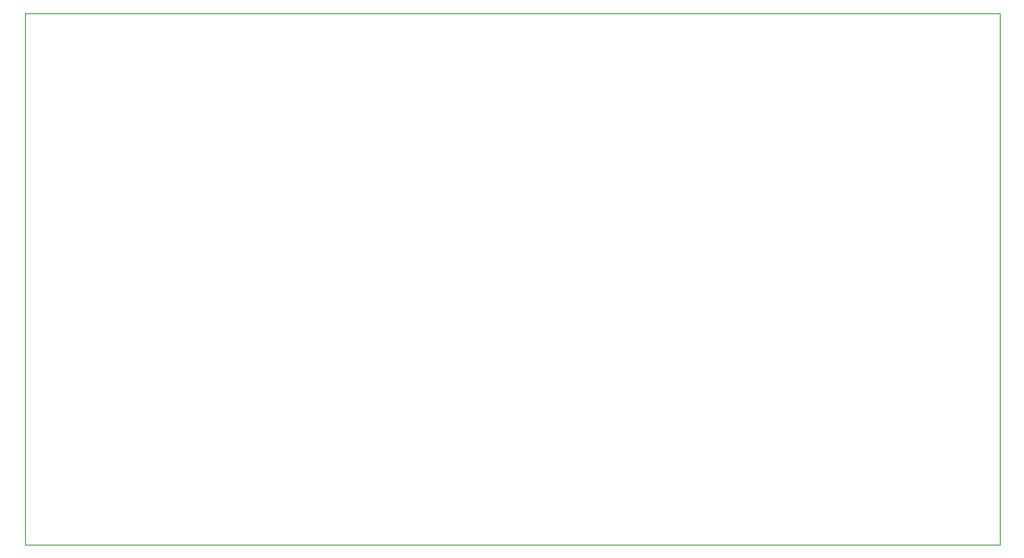
<source format=gm1>
G04 #@! TF.GenerationSoftware,KiCad,Pcbnew,(5.1.6)-1*
G04 #@! TF.CreationDate,2021-02-11T21:03:36+02:00*
G04 #@! TF.ProjectId,spectrum_analyzer,73706563-7472-4756-9d5f-616e616c797a,rev?*
G04 #@! TF.SameCoordinates,Original*
G04 #@! TF.FileFunction,Profile,NP*
%FSLAX46Y46*%
G04 Gerber Fmt 4.6, Leading zero omitted, Abs format (unit mm)*
G04 Created by KiCad (PCBNEW (5.1.6)-1) date 2021-02-11 21:03:36*
%MOMM*%
%LPD*%
G01*
G04 APERTURE LIST*
G04 #@! TA.AperFunction,Profile*
%ADD10C,0.050000*%
G04 #@! TD*
G04 APERTURE END LIST*
D10*
X63500000Y-117475000D02*
X63500000Y-63500000D01*
X162560000Y-117475000D02*
X162560000Y-63500000D01*
X162560000Y-63500000D02*
X63500000Y-63500000D01*
X162560000Y-117475000D02*
X63500000Y-117475000D01*
M02*

</source>
